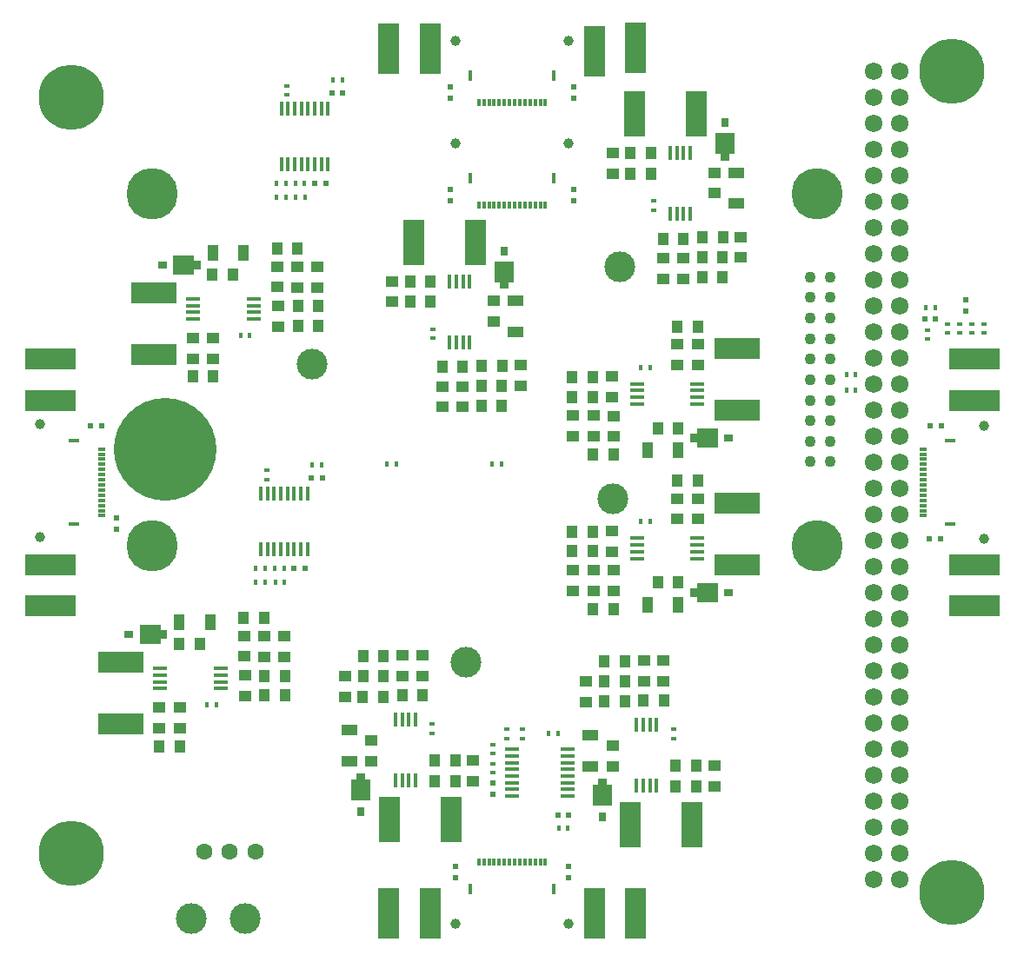
<source format=gbr>
G04 #@! TF.FileFunction,Soldermask,Bot*
%FSLAX46Y46*%
G04 Gerber Fmt 4.6, Leading zero omitted, Abs format (unit mm)*
G04 Created by KiCad (PCBNEW 4.0.7-e2-6376~58~ubuntu16.04.1) date Sun Mar 18 18:41:19 2018*
%MOMM*%
%LPD*%
G01*
G04 APERTURE LIST*
%ADD10C,0.100000*%
%ADD11C,5.000000*%
%ADD12C,1.100000*%
%ADD13C,10.000000*%
%ADD14R,1.400000X0.350000*%
%ADD15C,1.000000*%
%ADD16C,6.350000*%
%ADD17R,5.000000X2.000000*%
%ADD18R,2.000000X5.000000*%
%ADD19R,0.600000X0.500000*%
%ADD20R,0.400000X0.600000*%
%ADD21R,0.600000X0.400000*%
%ADD22R,1.450000X0.450000*%
%ADD23R,0.450000X1.450000*%
%ADD24R,0.500000X0.600000*%
%ADD25R,1.000000X1.250000*%
%ADD26R,1.250000X1.000000*%
%ADD27R,4.500000X2.000000*%
%ADD28R,2.000000X4.500000*%
%ADD29R,1.000000X1.600000*%
%ADD30R,1.600000X1.000000*%
%ADD31R,0.650000X0.850000*%
%ADD32R,1.950000X2.000000*%
%ADD33R,0.950000X0.650000*%
%ADD34R,0.700000X0.300000*%
%ADD35R,1.000000X0.300000*%
%ADD36R,0.300000X0.700000*%
%ADD37R,0.300000X1.000000*%
%ADD38R,0.350000X1.400000*%
%ADD39R,0.850000X0.650000*%
%ADD40R,2.000000X1.950000*%
%ADD41R,0.650000X0.950000*%
%ADD42C,1.600000*%
%ADD43C,3.000000*%
%ADD44C,1.720000*%
G04 APERTURE END LIST*
D10*
D11*
X117960000Y-96140000D03*
X117960000Y-61850000D03*
X182730000Y-61850000D03*
X182730000Y-96140000D03*
D12*
X184000000Y-70000000D03*
X184000000Y-72000000D03*
X184000000Y-74000000D03*
X184000000Y-76000000D03*
X184000000Y-78000000D03*
X184000000Y-80000000D03*
X184000000Y-82000000D03*
X184000000Y-84000000D03*
X184000000Y-86000000D03*
X184000000Y-88000000D03*
X182000000Y-70000000D03*
X182000000Y-72000000D03*
X182000000Y-74000000D03*
X182000000Y-76000000D03*
X182000000Y-78000000D03*
X182000000Y-80000000D03*
X182000000Y-82000000D03*
X182000000Y-84000000D03*
X182000000Y-86000000D03*
X182000000Y-88000000D03*
D13*
X119230000Y-86740000D03*
D14*
X158400000Y-117975000D03*
X158400000Y-118625000D03*
X158400000Y-119925000D03*
X158400000Y-119275000D03*
X158400000Y-117325000D03*
X158400000Y-116025000D03*
X158400000Y-116675000D03*
X158400000Y-120575000D03*
X153000000Y-117325000D03*
X153000000Y-118625000D03*
X153000000Y-119925000D03*
X153000000Y-119275000D03*
X153000000Y-120575000D03*
X153000000Y-116025000D03*
X153000000Y-116675000D03*
X153000000Y-117975000D03*
D15*
X199000000Y-95500000D03*
X199000000Y-84500000D03*
X158500000Y-57000000D03*
X147500000Y-57000000D03*
X158500000Y-47000000D03*
X147500000Y-47000000D03*
X158500000Y-133000000D03*
X147500000Y-133000000D03*
X107000000Y-84346702D03*
D16*
X110080000Y-126110000D03*
X110080000Y-52450000D03*
X195810000Y-49910000D03*
X195810000Y-129920000D03*
D17*
X198000000Y-78000000D03*
X198000000Y-102000000D03*
X198000000Y-98000000D03*
X108000000Y-98000000D03*
X108000000Y-102000000D03*
X108000000Y-78000000D03*
X108000000Y-82000000D03*
D18*
X161000000Y-132000000D03*
X165000000Y-132000000D03*
X141000000Y-132000000D03*
X165000000Y-47705792D03*
X161000000Y-48000000D03*
X145000000Y-47745792D03*
X141000000Y-47745792D03*
D17*
X198000000Y-82000000D03*
D18*
X145000000Y-132000000D03*
D19*
X194225000Y-74100000D03*
X193175000Y-74100000D03*
X133475000Y-89600000D03*
X134525000Y-89600000D03*
X158525000Y-122400000D03*
X157475000Y-122400000D03*
X135475000Y-52100000D03*
X136525000Y-52100000D03*
D20*
X140800000Y-88250000D03*
X141700000Y-88250000D03*
X151050000Y-88250000D03*
X151950000Y-88250000D03*
D21*
X197800000Y-74550000D03*
X197800000Y-75450000D03*
X199000000Y-75450000D03*
X199000000Y-74550000D03*
D20*
X128050000Y-98400000D03*
X128950000Y-98400000D03*
X128950000Y-99700000D03*
X128050000Y-99700000D03*
D21*
X151100000Y-115550000D03*
X151100000Y-116450000D03*
X152500000Y-114950000D03*
X152500000Y-114050000D03*
D20*
X130050000Y-60900000D03*
X130950000Y-60900000D03*
X130950000Y-62200000D03*
X130050000Y-62200000D03*
D21*
X196600000Y-74550000D03*
X196600000Y-75450000D03*
X195400000Y-75450000D03*
X195400000Y-74550000D03*
D20*
X130800000Y-98400000D03*
X129900000Y-98400000D03*
X129950000Y-99700000D03*
X130850000Y-99700000D03*
D21*
X151100000Y-118300000D03*
X151100000Y-117400000D03*
X154000000Y-114950000D03*
X154000000Y-114050000D03*
D20*
X132800000Y-60900000D03*
X131900000Y-60900000D03*
X131950000Y-62200000D03*
X132850000Y-62200000D03*
D21*
X193500000Y-76050000D03*
X193500000Y-75150000D03*
D20*
X194200000Y-73000000D03*
X193300000Y-73000000D03*
D21*
X129100000Y-89750000D03*
X129100000Y-88850000D03*
D20*
X133550000Y-88300000D03*
X134450000Y-88300000D03*
X157450000Y-114500000D03*
X156550000Y-114500000D03*
X158450000Y-123700000D03*
X157550000Y-123700000D03*
D21*
X131100000Y-52250000D03*
X131100000Y-51350000D03*
D20*
X135550000Y-50800000D03*
X136450000Y-50800000D03*
D22*
X171049800Y-95456396D03*
X171049800Y-96106396D03*
X171049800Y-96756396D03*
X171049800Y-97406396D03*
X165149800Y-97406396D03*
X165149800Y-96756396D03*
X165149800Y-96106396D03*
X165149800Y-95456396D03*
X171049800Y-80412600D03*
X171049800Y-81062600D03*
X171049800Y-81712600D03*
X171049800Y-82362600D03*
X165149800Y-82362600D03*
X165149800Y-81712600D03*
X165149800Y-81062600D03*
X165149800Y-80412600D03*
X121950200Y-74087400D03*
X121950200Y-73437400D03*
X121950200Y-72787400D03*
X121950200Y-72137400D03*
X127850200Y-72137400D03*
X127850200Y-72787400D03*
X127850200Y-73437400D03*
X127850200Y-74087400D03*
X118700200Y-110087400D03*
X118700200Y-109437400D03*
X118700200Y-108787400D03*
X118700200Y-108137400D03*
X124600200Y-108137400D03*
X124600200Y-108787400D03*
X124600200Y-109437400D03*
X124600200Y-110087400D03*
D23*
X143587400Y-119049800D03*
X142937400Y-119049800D03*
X142287400Y-119049800D03*
X141637400Y-119049800D03*
X141637400Y-113149800D03*
X142287400Y-113149800D03*
X142937400Y-113149800D03*
X143587400Y-113149800D03*
X167087400Y-119549800D03*
X166437400Y-119549800D03*
X165787400Y-119549800D03*
X165137400Y-119549800D03*
X165137400Y-113649800D03*
X165787400Y-113649800D03*
X166437400Y-113649800D03*
X167087400Y-113649800D03*
X168412600Y-57950200D03*
X169062600Y-57950200D03*
X169712600Y-57950200D03*
X170362600Y-57950200D03*
X170362600Y-63850200D03*
X169712600Y-63850200D03*
X169062600Y-63850200D03*
X168412600Y-63850200D03*
X146912600Y-70450200D03*
X147562600Y-70450200D03*
X148212600Y-70450200D03*
X148862600Y-70450200D03*
X148862600Y-76350200D03*
X148212600Y-76350200D03*
X147562600Y-76350200D03*
X146912600Y-76350200D03*
D19*
X133750000Y-60900000D03*
X134850000Y-60900000D03*
D24*
X197200000Y-73350000D03*
X197200000Y-72250000D03*
D19*
X131750000Y-98400000D03*
X132850000Y-98400000D03*
D24*
X151100000Y-119250000D03*
X151100000Y-120350000D03*
D25*
X171100000Y-74800000D03*
X169100000Y-74800000D03*
D26*
X169100000Y-78550000D03*
X169100000Y-76550000D03*
X160914800Y-83508600D03*
X160914800Y-85508600D03*
X162743600Y-79698600D03*
X162743600Y-81698600D03*
D25*
X162900000Y-87300000D03*
X160900000Y-87300000D03*
X169176000Y-84715000D03*
X167176000Y-84715000D03*
X121900000Y-79700000D03*
X123900000Y-79700000D03*
D26*
X123900000Y-75950000D03*
X123900000Y-77950000D03*
X132085200Y-70991400D03*
X132085200Y-68991400D03*
X130256400Y-74801400D03*
X130256400Y-72801400D03*
D25*
X130100000Y-67200000D03*
X132100000Y-67200000D03*
X123824000Y-69785000D03*
X125824000Y-69785000D03*
X118650000Y-115700000D03*
X120650000Y-115700000D03*
D26*
X120650000Y-111950000D03*
X120650000Y-113950000D03*
X128835200Y-106991400D03*
X128835200Y-104991400D03*
X127006400Y-110801400D03*
X127006400Y-108801400D03*
D25*
X126850000Y-103200000D03*
X128850000Y-103200000D03*
X120574000Y-105785000D03*
X122574000Y-105785000D03*
D26*
X149200000Y-119100000D03*
X149200000Y-117100000D03*
D25*
X145450000Y-117100000D03*
X147450000Y-117100000D03*
X140491400Y-108914800D03*
X138491400Y-108914800D03*
X144301400Y-110743600D03*
X142301400Y-110743600D03*
D26*
X136700000Y-110900000D03*
X136700000Y-108900000D03*
X139285000Y-117176000D03*
X139285000Y-115176000D03*
X172700000Y-119600000D03*
X172700000Y-117600000D03*
D25*
X168950000Y-117600000D03*
X170950000Y-117600000D03*
X163991400Y-109414800D03*
X161991400Y-109414800D03*
X167801400Y-111243600D03*
X165801400Y-111243600D03*
D26*
X160200000Y-111400000D03*
X160200000Y-109400000D03*
X162785000Y-117676000D03*
X162785000Y-115676000D03*
X162800000Y-57900000D03*
X162800000Y-59900000D03*
D25*
X166550000Y-59900000D03*
X164550000Y-59900000D03*
X171508600Y-68085200D03*
X173508600Y-68085200D03*
X167698600Y-66256400D03*
X169698600Y-66256400D03*
D26*
X175300000Y-66100000D03*
X175300000Y-68100000D03*
X172715000Y-59824000D03*
X172715000Y-61824000D03*
X141300000Y-70400000D03*
X141300000Y-72400000D03*
D25*
X145050000Y-72400000D03*
X143050000Y-72400000D03*
X150008600Y-80585200D03*
X152008600Y-80585200D03*
X146198600Y-78756400D03*
X148198600Y-78756400D03*
D26*
X153800000Y-78600000D03*
X153800000Y-80600000D03*
X151215000Y-72324000D03*
X151215000Y-74324000D03*
D27*
X174881600Y-92008996D03*
X174881600Y-98008996D03*
X174881600Y-76965200D03*
X174881600Y-82965200D03*
X118118400Y-77534800D03*
X118118400Y-71534800D03*
X114868400Y-113534800D03*
X114868400Y-107534800D03*
D28*
X147034800Y-122881600D03*
X141034800Y-122881600D03*
X170534800Y-123381600D03*
X164534800Y-123381600D03*
X164965200Y-54118400D03*
X170965200Y-54118400D03*
X143465200Y-66618400D03*
X149465200Y-66618400D03*
D26*
X171100000Y-91593796D03*
X171100000Y-93593796D03*
D20*
X165541600Y-93840596D03*
X166441600Y-93840596D03*
D25*
X158848000Y-94802596D03*
X160848000Y-94802596D03*
X158848000Y-96707596D03*
X160848000Y-96707596D03*
D29*
X169168000Y-101917796D03*
X166168000Y-101917796D03*
D26*
X162870600Y-100577796D03*
X162870600Y-98577796D03*
X158959000Y-98552396D03*
X158959000Y-100552396D03*
X171100000Y-76550000D03*
X171100000Y-78550000D03*
D20*
X165541600Y-78796800D03*
X166441600Y-78796800D03*
D25*
X158848000Y-79758800D03*
X160848000Y-79758800D03*
X158848000Y-81663800D03*
X160848000Y-81663800D03*
D29*
X169168000Y-86874000D03*
X166168000Y-86874000D03*
D26*
X162870600Y-85534000D03*
X162870600Y-83534000D03*
X158959000Y-83508600D03*
X158959000Y-85508600D03*
X121900000Y-77950000D03*
X121900000Y-75950000D03*
D20*
X127458400Y-75703200D03*
X126558400Y-75703200D03*
D25*
X134152000Y-74741200D03*
X132152000Y-74741200D03*
X134152000Y-72836200D03*
X132152000Y-72836200D03*
D29*
X123832000Y-67626000D03*
X126832000Y-67626000D03*
D26*
X130129400Y-68966000D03*
X130129400Y-70966000D03*
X134041000Y-70991400D03*
X134041000Y-68991400D03*
X118650000Y-113950000D03*
X118650000Y-111950000D03*
D20*
X124208400Y-111703200D03*
X123308400Y-111703200D03*
D25*
X130902000Y-110741200D03*
X128902000Y-110741200D03*
X130902000Y-108836200D03*
X128902000Y-108836200D03*
D29*
X120582000Y-103626000D03*
X123582000Y-103626000D03*
D26*
X126879400Y-104966000D03*
X126879400Y-106966000D03*
X130791000Y-106991400D03*
X130791000Y-104991400D03*
D25*
X147450000Y-119100000D03*
X145450000Y-119100000D03*
D21*
X145203200Y-113541600D03*
X145203200Y-114441600D03*
D26*
X144241200Y-106848000D03*
X144241200Y-108848000D03*
X142336200Y-106848000D03*
X142336200Y-108848000D03*
D30*
X137126000Y-117168000D03*
X137126000Y-114168000D03*
D25*
X138466000Y-110870600D03*
X140466000Y-110870600D03*
X140491400Y-106959000D03*
X138491400Y-106959000D03*
X170950000Y-119600000D03*
X168950000Y-119600000D03*
D21*
X168703200Y-114041600D03*
X168703200Y-114941600D03*
D26*
X167741200Y-107348000D03*
X167741200Y-109348000D03*
X165836200Y-107348000D03*
X165836200Y-109348000D03*
D30*
X160626000Y-117668000D03*
X160626000Y-114668000D03*
D25*
X161966000Y-111370600D03*
X163966000Y-111370600D03*
X163991400Y-107459000D03*
X161991400Y-107459000D03*
X164550000Y-57900000D03*
X166550000Y-57900000D03*
D21*
X166796800Y-63458400D03*
X166796800Y-62558400D03*
D26*
X167758800Y-70152000D03*
X167758800Y-68152000D03*
X169663800Y-70152000D03*
X169663800Y-68152000D03*
D30*
X174874000Y-59832000D03*
X174874000Y-62832000D03*
D25*
X173534000Y-66129400D03*
X171534000Y-66129400D03*
X171508600Y-70041000D03*
X173508600Y-70041000D03*
X143050000Y-70400000D03*
X145050000Y-70400000D03*
D21*
X145296800Y-75958400D03*
X145296800Y-75058400D03*
D26*
X146258800Y-82652000D03*
X146258800Y-80652000D03*
X148163800Y-82652000D03*
X148163800Y-80652000D03*
D30*
X153374000Y-72332000D03*
X153374000Y-75332000D03*
D25*
X152034000Y-78629400D03*
X150034000Y-78629400D03*
X150008600Y-82541000D03*
X152008600Y-82541000D03*
D31*
X152205600Y-67437100D03*
D32*
X152205600Y-69492100D03*
D33*
X152205600Y-70817100D03*
D34*
X193000000Y-89750000D03*
X193000000Y-89250000D03*
X193000000Y-88750000D03*
X193000000Y-88250000D03*
X193000000Y-87750000D03*
X193000000Y-87250000D03*
X193000000Y-86750000D03*
X193000000Y-93250000D03*
X193000000Y-91750000D03*
X193000000Y-92250000D03*
X193000000Y-92750000D03*
X193000000Y-91250000D03*
X193000000Y-90750000D03*
X193000000Y-90250000D03*
D35*
X195650000Y-85960000D03*
X195650000Y-94040000D03*
D36*
X152750000Y-63000000D03*
X152250000Y-63000000D03*
X151750000Y-63000000D03*
X151250000Y-63000000D03*
X150750000Y-63000000D03*
X150250000Y-63000000D03*
X149750000Y-63000000D03*
X156250000Y-63000000D03*
X154750000Y-63000000D03*
X155250000Y-63000000D03*
X155750000Y-63000000D03*
X154250000Y-63000000D03*
X153750000Y-63000000D03*
X153250000Y-63000000D03*
D37*
X148960000Y-60350000D03*
X157040000Y-60350000D03*
D34*
X113000000Y-90250000D03*
X113000000Y-90750000D03*
X113000000Y-91250000D03*
X113000000Y-91750000D03*
X113000000Y-92250000D03*
X113000000Y-92750000D03*
X113000000Y-93250000D03*
X113000000Y-86750000D03*
X113000000Y-88250000D03*
X113000000Y-87750000D03*
X113000000Y-87250000D03*
X113000000Y-88750000D03*
X113000000Y-89250000D03*
X113000000Y-89750000D03*
D35*
X110350000Y-94040000D03*
X110350000Y-85960000D03*
D36*
X153250000Y-127000000D03*
X153750000Y-127000000D03*
X154250000Y-127000000D03*
X154750000Y-127000000D03*
X155250000Y-127000000D03*
X155750000Y-127000000D03*
X156250000Y-127000000D03*
X149750000Y-127000000D03*
X151250000Y-127000000D03*
X150750000Y-127000000D03*
X150250000Y-127000000D03*
X151750000Y-127000000D03*
X152250000Y-127000000D03*
X152750000Y-127000000D03*
D37*
X157040000Y-129650000D03*
X148960000Y-129650000D03*
D36*
X152750000Y-53000000D03*
X152250000Y-53000000D03*
X151750000Y-53000000D03*
X151250000Y-53000000D03*
X150750000Y-53000000D03*
X150250000Y-53000000D03*
X149750000Y-53000000D03*
X156250000Y-53000000D03*
X154750000Y-53000000D03*
X155250000Y-53000000D03*
X155750000Y-53000000D03*
X154250000Y-53000000D03*
X153750000Y-53000000D03*
X153250000Y-53000000D03*
D37*
X148960000Y-50350000D03*
X157040000Y-50350000D03*
D38*
X130475000Y-91100000D03*
X131125000Y-91100000D03*
X132425000Y-91100000D03*
X131775000Y-91100000D03*
X129825000Y-91100000D03*
X128525000Y-91100000D03*
X129175000Y-91100000D03*
X133075000Y-91100000D03*
X129825000Y-96500000D03*
X131125000Y-96500000D03*
X132425000Y-96500000D03*
X131775000Y-96500000D03*
X133075000Y-96500000D03*
X128525000Y-96500000D03*
X129175000Y-96500000D03*
X130475000Y-96500000D03*
X132475000Y-53600000D03*
X133125000Y-53600000D03*
X134425000Y-53600000D03*
X133775000Y-53600000D03*
X131825000Y-53600000D03*
X130525000Y-53600000D03*
X131175000Y-53600000D03*
X135075000Y-53600000D03*
X131825000Y-59000000D03*
X133125000Y-59000000D03*
X134425000Y-59000000D03*
X133775000Y-59000000D03*
X135075000Y-59000000D03*
X130525000Y-59000000D03*
X131175000Y-59000000D03*
X132475000Y-59000000D03*
D24*
X159000000Y-51450000D03*
X159000000Y-52550000D03*
X147000000Y-52550000D03*
X147000000Y-51450000D03*
D25*
X171100000Y-89843796D03*
X169100000Y-89843796D03*
D26*
X169100000Y-93593796D03*
X169100000Y-91593796D03*
X160914800Y-98552396D03*
X160914800Y-100552396D03*
X162743600Y-94742396D03*
X162743600Y-96742396D03*
D25*
X162900000Y-102343796D03*
X160900000Y-102343796D03*
X169176000Y-99758796D03*
X167176000Y-99758796D03*
D19*
X194750000Y-95500000D03*
X193650000Y-95500000D03*
X193700000Y-84500000D03*
X194800000Y-84500000D03*
D24*
X114500000Y-93450000D03*
X114500000Y-94550000D03*
D19*
X113000000Y-84500000D03*
X111900000Y-84500000D03*
D24*
X147500000Y-128550000D03*
X147500000Y-127450000D03*
X158500000Y-127450000D03*
X158500000Y-128550000D03*
D31*
X173705600Y-54937100D03*
D32*
X173705600Y-56992100D03*
D33*
X173705600Y-58317100D03*
D39*
X118937100Y-68794400D03*
D40*
X120992100Y-68794400D03*
D41*
X122317100Y-68794400D03*
D39*
X115687100Y-104794400D03*
D40*
X117742100Y-104794400D03*
D41*
X119067100Y-104794400D03*
D31*
X138294400Y-122062900D03*
D32*
X138294400Y-120007900D03*
D33*
X138294400Y-118682900D03*
D31*
X161794400Y-122562900D03*
D32*
X161794400Y-120507900D03*
D33*
X161794400Y-119182900D03*
D39*
X174062900Y-85705600D03*
D40*
X172007900Y-85705600D03*
D41*
X170682900Y-85705600D03*
D39*
X174062900Y-100749396D03*
D40*
X172007900Y-100749396D03*
D41*
X170682900Y-100749396D03*
D24*
X159000000Y-61450000D03*
X159000000Y-62550000D03*
X147000000Y-61450000D03*
X147000000Y-62550000D03*
D42*
X123000000Y-126000000D03*
X128000000Y-126000000D03*
X125500000Y-126000000D03*
D20*
X186450000Y-79500000D03*
X185550000Y-79500000D03*
X185550000Y-81000000D03*
X186450000Y-81000000D03*
D43*
X162800000Y-91600000D03*
X133500000Y-78500000D03*
X163500000Y-69000000D03*
X148500000Y-107500000D03*
X121750000Y-132500000D03*
X127000000Y-132500000D03*
D15*
X107000000Y-95346702D03*
D44*
X188190000Y-49910000D03*
X188190000Y-52450000D03*
X188190000Y-54990000D03*
X188190000Y-57530000D03*
X188190000Y-60070000D03*
X188190000Y-62610000D03*
X188190000Y-65150000D03*
X188190000Y-67690000D03*
X188190000Y-70230000D03*
X188190000Y-72770000D03*
X188190000Y-75310000D03*
X188190000Y-77850000D03*
X188190000Y-80390000D03*
X188190000Y-82930000D03*
X188190000Y-85470000D03*
X188190000Y-88010000D03*
X188190000Y-90550000D03*
X188190000Y-93090000D03*
X188190000Y-95630000D03*
X188190000Y-98170000D03*
X188190000Y-100710000D03*
X188190000Y-103250000D03*
X188190000Y-105790000D03*
X188190000Y-108330000D03*
X188190000Y-110870000D03*
X188190000Y-113410000D03*
X188190000Y-115950000D03*
X188190000Y-118490000D03*
X188190000Y-121030000D03*
X188190000Y-123570000D03*
X188190000Y-126110000D03*
X188190000Y-128650000D03*
X190730000Y-49910000D03*
X190730000Y-52450000D03*
X190730000Y-54990000D03*
X190730000Y-57530000D03*
X190730000Y-60070000D03*
X190730000Y-62610000D03*
X190730000Y-65150000D03*
X190730000Y-67690000D03*
X190730000Y-70230000D03*
X190730000Y-72770000D03*
X190730000Y-75310000D03*
X190730000Y-77850000D03*
X190730000Y-80390000D03*
X190730000Y-82930000D03*
X190730000Y-85470000D03*
X190730000Y-88010000D03*
X190730000Y-90550000D03*
X190730000Y-93090000D03*
X190730000Y-95630000D03*
X190730000Y-98170000D03*
X190730000Y-100710000D03*
X190730000Y-103250000D03*
X190730000Y-105790000D03*
X190730000Y-108330000D03*
X190730000Y-110870000D03*
X190730000Y-113410000D03*
X190730000Y-115950000D03*
X190730000Y-118490000D03*
X190730000Y-121030000D03*
X190730000Y-123570000D03*
X190730000Y-126110000D03*
X190730000Y-128650000D03*
M02*

</source>
